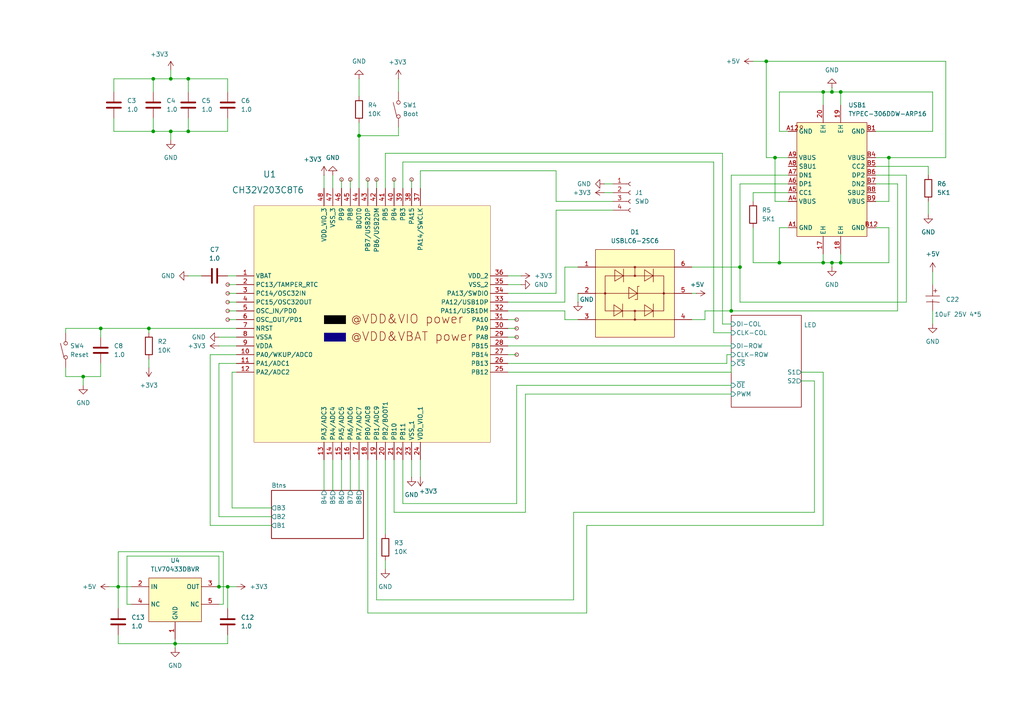
<source format=kicad_sch>
(kicad_sch (version 20231120) (generator "eeschema") (generator_version "8.0")
  (paper "A4")
  (lib_symbols
    (symbol "Connector:Conn_01x04_Socket" (pin_names (offset 1.016) hide)
      (property "Reference" "J" (at 0 5.08 0))
      (property "Value" "Conn_01x04_Socket" (at 0 -7.62 0))
      (symbol "Conn_01x04_Socket_1_1"
        (arc (start 0 -4.572) (mid -0.5058 -5.08) (end 0 -5.588) (stroke (width 0.1524)))
        (arc (start 0 -2.032) (mid -0.5058 -2.54) (end 0 -3.048) (stroke (width 0.1524)))
        (polyline (pts (xy -1.27 -5.08) (xy -0.508 -5.08)) (stroke (width 0.1524)))
        (polyline (pts (xy -1.27 -2.54) (xy -0.508 -2.54)) (stroke (width 0.1524)))
        (polyline (pts (xy -1.27 0) (xy -0.508 0)) (stroke (width 0.1524)))
        (polyline (pts (xy -1.27 2.54) (xy -0.508 2.54)) (stroke (width 0.1524)))
        (arc (start 0 0.508) (mid -0.5058 0) (end 0 -0.508) (stroke (width 0.1524)))
        (arc (start 0 3.048) (mid -0.5058 2.54) (end 0 2.032) (stroke (width 0.1524)))
        (pin passive line (at -5.08 2.54 0) (length 3.81) (name "Pin_1") (number "1"))
        (pin passive line (at -5.08 0 0) (length 3.81) (name "Pin_2") (number "2"))
        (pin passive line (at -5.08 -2.54 0) (length 3.81) (name "Pin_3") (number "3"))
        (pin passive line (at -5.08 -5.08 0) (length 3.81) (name "Pin_4") (number "4"))
      )
    )
    (symbol "Connector:TestPoint_Small" (pin_numbers hide) (pin_names (offset 0.762) hide)
      (property "Reference" "TP" (at 0 3.81 0))
      (property "Value" "TestPoint_Small" (at 0 2.032 0))
      (symbol "TestPoint_Small_0_1"
        (circle (center 0 0) (radius 0.508))
      )
      (symbol "TestPoint_Small_1_1"
        (pin passive line (at 0 0 90) (length 0) (name "1") (number "1"))
      )
    )
    (symbol "Device:C" (pin_numbers hide) (pin_names (offset 0.254))
      (property "Reference" "C" (at 0.635 2.54 0))
      (property "Value" "C" (at 0.635 -2.54 0))
      (symbol "C_0_1"
        (polyline (pts (xy -2.032 -0.762) (xy 2.032 -0.762)) (stroke (width 0.508)))
        (polyline (pts (xy -2.032 0.762) (xy 2.032 0.762)) (stroke (width 0.508)))
      )
      (symbol "C_1_1"
        (pin passive line (at 0 3.81 270) (length 2.794) (name "~") (number "1"))
        (pin passive line (at 0 -3.81 90) (length 2.794) (name "~") (number "2"))
      )
    )
    (symbol "Device:R" (pin_numbers hide) (pin_names (offset 0))
      (property "Reference" "R" (at 2.032 0 90))
      (property "Value" "R" (at 0 0 90))
      (symbol "R_0_1"
        (rectangle (start -1.016 -2.54) (end 1.016 2.54) (stroke (width 0.254)))
      )
      (symbol "R_1_1"
        (pin passive line (at 0 3.81 270) (length 1.27) (name "~") (number "1"))
        (pin passive line (at 0 -3.81 90) (length 1.27) (name "~") (number "2"))
      )
    )
    (symbol "EasyEDA:10uF25V4*5" (pin_numbers hide) (pin_names hide)
      (property "Reference" "C" (at 0 5.08 0))
      (property "Value" "10uF 25V 4*5" (at 0 -5.08 0))
      (symbol "10uF25V4*5_0_1"
        (polyline (pts (xy -2.54 0.76) (xy -1.52 0.76)))
        (polyline (pts (xy -2.03 1.27) (xy -2.03 0.25)))
        (polyline (pts (xy -1.27 0) (xy -0.51 0)))
        (polyline (pts (xy -0.51 2.03) (xy -0.51 -2.03)))
        (polyline (pts (xy 0.51 0) (xy 1.27 0)))
        (arc (start 1.33 1.95) (mid 1.22 -1.99) (end 1.21 -1.83))
        (pin input line (at -3.81 0 0) (length 2.54) (name "1") (number "1"))
        (pin input line (at 3.81 0 180) (length 2.54) (name "2") (number "2"))
      )
    )
    (symbol "EasyEDA:TC-1101T-C-B-B" (pin_numbers hide) (pin_names hide)
      (property "Reference" "SW" (at 0 5.08 0))
      (property "Value" "TC-1101T-C-B-B" (at 0 -5.08 0))
      (symbol "TC-1101T-C-B-B_0_1"
        (circle (center -2.03 0) (radius 0.51))
        (polyline (pts (xy 2.03 1.52) (xy -2.03 0.51)))
        (circle (center 2.03 0) (radius 0.51))
        (pin unspecified line (at -5.08 0 0) (length 2.54) (name "1") (number "1"))
        (pin unspecified line (at 5.08 0 180) (length 2.54) (name "2") (number "2"))
      )
    )
    (symbol "EasyEDA:TLV70433DBVR"
      (property "Reference" "U" (at 0 11.43 0))
      (property "Value" "TLV70433DBVR" (at 0 -13.97 0))
      (symbol "TLV70433DBVR_0_1"
        (rectangle (start -7.62 8.89) (end 7.62 -3.81) (fill (type background)))
        (pin power_in line (at 0 -8.89 90) (length 5.08) (name "GND") (number "1"))
        (pin power_in line (at -12.7 6.35 0) (length 5.08) (name "IN") (number "2"))
        (pin power_in line (at 12.7 6.35 180) (length 5.08) (name "OUT") (number "3"))
        (pin unspecified line (at -12.7 1.27 0) (length 5.08) (name "NC") (number "4"))
        (pin unspecified line (at 12.7 1.27 180) (length 5.08) (name "NC") (number "5"))
      )
    )
    (symbol "EasyEDA:TYPEC-306DDW-ARP16"
      (property "Reference" "USB1" (at 4.7341 20.32 0))
      (property "Value" "TYPEC-306DDW-ARP16" (at 4.7341 17.78 0))
      (symbol "TYPEC-306DDW-ARP16_0_1"
        (rectangle (start -10.16 15.24) (end 10.16 -17.78) (fill (type background)))
        (circle (center -8.89 13.97) (radius 0.38))
        (pin unspecified line (at -2.54 -22.86 90) (length 5.08) (name "EH") (number "17"))
        (pin unspecified line (at 2.54 -22.86 90) (length 5.08) (name "EH") (number "18"))
        (pin unspecified line (at 2.54 20.32 270) (length 5.08) (name "EH") (number "19"))
        (pin unspecified line (at -2.54 20.32 270) (length 5.08) (name "EH") (number "20"))
      )
      (symbol "TYPEC-306DDW-ARP16_1_1"
        (pin unspecified line (at -12.7 -15.24 0) (length 2.54) (name "GND") (number "A1"))
        (pin unspecified line (at -12.7 12.7 0) (length 2.54) (name "GND") (number "A12"))
        (pin unspecified line (at -12.7 -7.62 0) (length 2.54) (name "VBUS") (number "A4"))
        (pin unspecified line (at -12.7 -5.08 0) (length 2.54) (name "CC1") (number "A5"))
        (pin unspecified line (at -12.7 -2.54 0) (length 2.54) (name "DP1") (number "A6"))
        (pin unspecified line (at -12.7 0 0) (length 2.54) (name "DN1") (number "A7"))
        (pin unspecified line (at -12.7 2.54 0) (length 2.54) (name "SBU1") (number "A8"))
        (pin unspecified line (at -12.7 5.08 0) (length 2.54) (name "VBUS") (number "A9"))
        (pin unspecified line (at 12.7 12.7 180) (length 2.54) (name "GND") (number "B1"))
        (pin unspecified line (at 12.7 -15.24 180) (length 2.54) (name "GND") (number "B12"))
        (pin unspecified line (at 12.7 5.08 180) (length 2.54) (name "VBUS") (number "B4"))
        (pin unspecified line (at 12.7 2.54 180) (length 2.54) (name "CC2") (number "B5"))
        (pin unspecified line (at 12.7 0 180) (length 2.54) (name "DP2") (number "B6"))
        (pin unspecified line (at 12.7 -2.54 180) (length 2.54) (name "DN2") (number "B7"))
        (pin unspecified line (at 12.7 -5.08 180) (length 2.54) (name "SBU2") (number "B8"))
        (pin unspecified line (at 12.7 -7.62 180) (length 2.54) (name "VBUS") (number "B9"))
      )
    )
    (symbol "EasyEDA:USBLC6-2SC6" (pin_names hide)
      (property "Reference" "D" (at 0 12.7 0))
      (property "Value" "USBLC6-2SC6" (at 0 -12.7 0))
      (symbol "USBLC6-2SC6_0_1"
        (rectangle (start -11.43 12.7) (end 11.43 -12.7) (fill (type background)))
        (circle (center -8.64 0) (radius 0.25))
        (circle (center 0 -7.62) (radius 0.25))
        (circle (center 0 -5.08) (radius 0.25))
        (polyline (pts (xy -11.43 -7.62) (xy 11.43 -7.62)))
        (polyline (pts (xy -11.43 0) (xy 11.43 0)))
        (polyline (pts (xy -11.43 7.62) (xy 11.43 7.62)))
        (polyline (pts (xy 0 -7.62) (xy 0 -5.08)))
        (polyline (pts (xy 0 7.62) (xy 0 5.08)))
        (polyline (pts (xy -6.1 -6.6) (xy -3.56 -5.08) (xy -6.1 -3.3) (xy -6.1 -6.6)) (fill (type background)))
        (polyline (pts (xy -5.84 3.56) (xy -3.3 5.08) (xy -5.84 6.86) (xy -5.84 3.56)) (fill (type background)))
        (polyline (pts (xy -3.56 -3.05) (xy -3.56 -3.05) (xy -3.56 -6.86) (xy -3.56 -6.86)))
        (polyline (pts (xy -3.3 7.11) (xy -3.3 7.11) (xy -3.3 3.3) (xy -3.3 3.3)))
        (polyline (pts (xy -1.78 -1.52) (xy 0.76 0) (xy -1.78 1.78) (xy -1.78 -1.52)) (fill (type background)))
        (polyline (pts (xy 1.27 2.03) (xy 0.76 2.03) (xy 0.76 -1.78) (xy 0 -1.78)))
        (polyline (pts (xy 2.79 -6.6) (xy 5.33 -5.08) (xy 2.79 -3.3) (xy 2.79 -6.6)) (fill (type background)))
        (polyline (pts (xy 2.79 3.56) (xy 5.33 5.08) (xy 2.79 6.86) (xy 2.79 3.56)) (fill (type background)))
        (polyline (pts (xy 5.33 -3.05) (xy 5.33 -3.05) (xy 5.33 -6.86) (xy 5.33 -6.86)))
        (polyline (pts (xy 5.33 7.11) (xy 5.33 7.11) (xy 5.33 3.3) (xy 5.33 3.3)))
        (polyline (pts (xy -8.64 0) (xy -8.64 5.08) (xy 8.38 5.08) (xy 8.38 -5.08) (xy -8.64 -5.08) (xy -8.64 0)) (fill (type background)))
        (circle (center 0 5.08) (radius 0.25))
        (circle (center 0 7.62) (radius 0.25))
        (circle (center 8.38 0) (radius 0.25))
        (pin input line (at -16.51 7.62 0) (length 5.08) (name "1") (number "1"))
        (pin input line (at -16.51 0 0) (length 5.08) (name "2") (number "2"))
        (pin input line (at -16.51 -7.62 0) (length 5.08) (name "3") (number "3"))
        (pin input line (at 16.51 -7.62 180) (length 5.08) (name "4") (number "4"))
        (pin input line (at 16.51 0 180) (length 5.08) (name "5") (number "5"))
        (pin input line (at 16.51 7.62 180) (length 5.08) (name "6") (number "6"))
      )
    )
    (symbol "WCH:CH32V203CxT"
      (property "Reference" "U" (at -1.27 1.27 0))
      (property "Value" "CH32V203CxT" (at -1.27 -3.81 0))
      (symbol "CH32V203CxT_1_0"
        (rectangle (start 26.67 -36.83) (end 20.32 -39.37) (stroke (width -0.0001) (color 12 0 135 1)) (fill (type outline)))
        (rectangle (start 26.67 -31.75) (end 20.32 -34.29) (stroke (width -0.0001) (color 0 0 0 1)) (fill (type outline)))
        (rectangle (start 68.58 0) (end 0 -68.58) (stroke (width 0.0254) (color 128 0 0 1)) (fill (type background)))
        (text "@VDD&VBAT power" (at 27.94 -39.37 0) (effects (font (size 2.54 2.54)) (justify left bottom)))
        (text "@VDD&VIO power" (at 27.94 -34.29 0) (effects (font (size 2.54 2.54)) (justify left bottom)))
        (pin power_in line (at -5.08 -20.32 0) (length 5.08) (name "VBAT") (number "1"))
        (pin bidirectional line (at -5.08 -43.18 0) (length 5.08) (name "PA0/WKUP/ADC0") (number "10"))
        (pin bidirectional line (at -5.08 -45.72 0) (length 5.08) (name "PA1/ADC1") (number "11"))
        (pin bidirectional line (at -5.08 -48.26 0) (length 5.08) (name "PA2/ADC2") (number "12"))
        (pin bidirectional line (at 20.32 -73.66 90) (length 5.08) (name "PA3/ADC3") (number "13"))
        (pin bidirectional line (at 22.86 -73.66 90) (length 5.08) (name "PA4/ADC4") (number "14"))
        (pin bidirectional line (at 25.4 -73.66 90) (length 5.08) (name "PA5/ADC5") (number "15"))
        (pin bidirectional line (at 27.94 -73.66 90) (length 5.08) (name "PA6/ADC6") (number "16"))
        (pin bidirectional line (at 30.48 -73.66 90) (length 5.08) (name "PA7/ADC7") (number "17"))
        (pin bidirectional line (at 33.02 -73.66 90) (length 5.08) (name "PB0/ADC8") (number "18"))
        (pin bidirectional line (at 35.56 -73.66 90) (length 5.08) (name "PB1/ADC9") (number "19"))
        (pin bidirectional line (at -5.08 -22.86 0) (length 5.08) (name "PC13/TAMPER_RTC") (number "2"))
        (pin bidirectional line (at 38.1 -73.66 90) (length 5.08) (name "PB2/BOOT1") (number "20"))
        (pin bidirectional line (at 40.64 -73.66 90) (length 5.08) (name "PB10") (number "21"))
        (pin bidirectional line (at 43.18 -73.66 90) (length 5.08) (name "PB11") (number "22"))
        (pin power_in line (at 45.72 -73.66 90) (length 5.08) (name "VSS_1") (number "23"))
        (pin power_in line (at 48.26 -73.66 90) (length 5.08) (name "VDD_VIO_1") (number "24"))
        (pin bidirectional line (at 73.66 -48.26 180) (length 5.08) (name "PB12") (number "25"))
        (pin bidirectional line (at 73.66 -45.72 180) (length 5.08) (name "PB13") (number "26"))
        (pin bidirectional line (at 73.66 -43.18 180) (length 5.08) (name "PB14") (number "27"))
        (pin bidirectional line (at 73.66 -40.64 180) (length 5.08) (name "PB15") (number "28"))
        (pin bidirectional line (at 73.66 -38.1 180) (length 5.08) (name "PA8") (number "29"))
        (pin bidirectional line (at -5.08 -25.4 0) (length 5.08) (name "PC14/OSC32IN") (number "3"))
        (pin bidirectional line (at 73.66 -35.56 180) (length 5.08) (name "PA9") (number "30"))
        (pin bidirectional line (at 73.66 -33.02 180) (length 5.08) (name "PA10") (number "31"))
        (pin bidirectional line (at 73.66 -30.48 180) (length 5.08) (name "PA11/USB1DM") (number "32"))
        (pin bidirectional line (at 73.66 -27.94 180) (length 5.08) (name "PA12/USB1DP") (number "33"))
        (pin bidirectional line (at 73.66 -25.4 180) (length 5.08) (name "PA13/SWDIO") (number "34"))
        (pin power_in line (at 73.66 -22.86 180) (length 5.08) (name "VSS_2") (number "35"))
        (pin power_in line (at 73.66 -20.32 180) (length 5.08) (name "VDD_2") (number "36"))
        (pin bidirectional line (at 48.26 5.08 270) (length 5.08) (name "PA14/SWCLK") (number "37"))
        (pin bidirectional line (at 45.72 5.08 270) (length 5.08) (name "PA15") (number "38"))
        (pin bidirectional line (at 43.18 5.08 270) (length 5.08) (name "PB3") (number "39"))
        (pin bidirectional line (at -5.08 -27.94 0) (length 5.08) (name "PC15/OSC32OUT") (number "4"))
        (pin bidirectional line (at 40.64 5.08 270) (length 5.08) (name "PB4") (number "40"))
        (pin bidirectional line (at 38.1 5.08 270) (length 5.08) (name "PB5") (number "41"))
        (pin bidirectional line (at 35.56 5.08 270) (length 5.08) (name "PB6/USB2DM") (number "42"))
        (pin bidirectional line (at 33.02 5.08 270) (length 5.08) (name "PB7/USB2DP") (number "43"))
        (pin input line (at 30.48 5.08 270) (length 5.08) (name "BOOT0") (number "44"))
        (pin bidirectional line (at 27.94 5.08 270) (length 5.08) (name "PB8") (number "45"))
        (pin bidirectional line (at 25.4 5.08 270) (length 5.08) (name "PB9") (number "46"))
        (pin power_in line (at 22.86 5.08 270) (length 5.08) (name "VSS_3") (number "47"))
        (pin power_in line (at 20.32 5.08 270) (length 5.08) (name "VDD_VIO_3") (number "48"))
        (pin bidirectional line (at -5.08 -30.48 0) (length 5.08) (name "OSC_IN/PD0") (number "5"))
        (pin bidirectional line (at -5.08 -33.02 0) (length 5.08) (name "OSC_OUT/PD1") (number "6"))
        (pin input line (at -5.08 -35.56 0) (length 5.08) (name "NRST") (number "7"))
        (pin power_in line (at -5.08 -38.1 0) (length 5.08) (name "VSSA") (number "8"))
        (pin power_in line (at -5.08 -40.64 0) (length 5.08) (name "VDDA") (number "9"))
      )
    )
    (symbol "power:+3V3" (power) (pin_numbers hide) (pin_names (offset 0) hide)
      (property "Value" "+3V3" (at 0 3.556 0))
      (symbol "+3V3_0_1"
        (polyline (pts (xy -0.762 1.27) (xy 0 2.54)))
        (polyline (pts (xy 0 0) (xy 0 2.54)))
        (polyline (pts (xy 0 2.54) (xy 0.762 1.27)))
      )
      (symbol "+3V3_1_1"
        (pin power_in line (at 0 0 90) (length 0) (name "~") (number "1"))
      )
    )
    (symbol "power:+5V" (power) (pin_numbers hide) (pin_names (offset 0) hide)
      (property "Value" "+5V" (at 0 3.556 0))
      (symbol "+5V_0_1"
        (polyline (pts (xy -0.762 1.27) (xy 0 2.54)))
        (polyline (pts (xy 0 0) (xy 0 2.54)))
        (polyline (pts (xy 0 2.54) (xy 0.762 1.27)))
      )
      (symbol "+5V_1_1"
        (pin power_in line (at 0 0 90) (length 0) (name "~") (number "1"))
      )
    )
    (symbol "power:GND" (power) (pin_numbers hide) (pin_names (offset 0) hide)
      (property "Value" "GND" (at 0 -3.81 0))
      (symbol "GND_0_1"
        (polyline (pts (xy 0 0) (xy 0 -1.27) (xy 1.27 -1.27) (xy 0 -2.54) (xy -1.27 -1.27) (xy 0 -1.27)))
      )
      (symbol "GND_1_1"
        (pin power_in line (at 0 0 270) (length 0) (name "~") (number "1"))
      )
    )
  )
  (junction (at 54.61 38.1))
  (junction (at 54.61 22.86))
  (junction (at 44.45 22.86))
  (junction (at 50.8 186.69))
  (junction (at 224.79 45.72))
  (junction (at 238.76 26.67))
  (junction (at 49.53 22.86))
  (junction (at 49.53 38.1))
  (junction (at 44.45 38.1))
  (junction (at 24.13 109.22))
  (junction (at 29.21 95.25))
  (junction (at 257.81 45.72))
  (junction (at 212.09 90.17))
  (junction (at 226.06 76.2))
  (junction (at 243.84 26.67))
  (junction (at 34.29 170.18))
  (junction (at 214.63 77.47))
  (junction (at 243.84 76.2))
  (junction (at 241.3 26.67))
  (junction (at 222.25 17.78))
  (junction (at 43.18 95.25))
  (junction (at 238.76 76.2))
  (junction (at 241.3 76.2))
  (junction (at 66.04 170.18))
  (junction (at 63.5 170.18))
  (junction (at 104.14 39.37))
  (wire (pts (xy 210.82 102.87) (xy 210.82 105.41)))
  (wire (pts (xy 218.44 66.04) (xy 218.44 76.2)))
  (wire (pts (xy 67.31 147.32) (xy 78.74 147.32)))
  (wire (pts (xy 254 48.26) (xy 269.24 48.26)))
  (wire (pts (xy 147.32 87.63) (xy 163.83 87.63)))
  (wire (pts (xy 226.06 26.67) (xy 238.76 26.67)))
  (wire (pts (xy 269.24 48.26) (xy 269.24 50.8)))
  (wire (pts (xy 243.84 76.2) (xy 257.81 76.2)))
  (wire (pts (xy 60.96 102.87) (xy 60.96 152.4)))
  (wire (pts (xy 212.09 107.95) (xy 147.32 107.95)))
  (wire (pts (xy 243.84 26.67) (xy 243.84 30.48)))
  (wire (pts (xy 49.53 22.86) (xy 54.61 22.86)))
  (wire (pts (xy 149.86 146.05) (xy 149.86 111.76)))
  (wire (pts (xy 175.26 55.88) (xy 177.8 55.88)))
  (wire (pts (xy 67.31 107.95) (xy 67.31 147.32)))
  (wire (pts (xy 119.38 52.07) (xy 119.38 54.61)))
  (wire (pts (xy 114.3 133.35) (xy 114.3 148.59)))
  (wire (pts (xy 66.04 82.55) (xy 68.58 82.55)))
  (wire (pts (xy 270.51 38.1) (xy 270.51 26.67)))
  (wire (pts (xy 66.04 87.63) (xy 68.58 87.63)))
  (wire (pts (xy 209.55 44.45) (xy 209.55 93.98)))
  (wire (pts (xy 212.09 105.41) (xy 212.09 107.95)))
  (wire (pts (xy 214.63 53.34) (xy 228.6 53.34)))
  (wire (pts (xy 270.51 78.74) (xy 270.51 82.55)))
  (wire (pts (xy 214.63 87.63) (xy 262.89 87.63)))
  (wire (pts (xy 34.29 184.15) (xy 34.29 186.69)))
  (wire (pts (xy 111.76 44.45) (xy 209.55 44.45)))
  (wire (pts (xy 114.3 52.07) (xy 114.3 54.61)))
  (wire (pts (xy 106.68 52.07) (xy 106.68 54.61)))
  (wire (pts (xy 68.58 107.95) (xy 67.31 107.95)))
  (wire (pts (xy 226.06 76.2) (xy 238.76 76.2)))
  (wire (pts (xy 152.4 148.59) (xy 152.4 114.3)))
  (wire (pts (xy 54.61 38.1) (xy 66.04 38.1)))
  (wire (pts (xy 68.58 95.25) (xy 43.18 95.25)))
  (wire (pts (xy 109.22 173.99) (xy 166.37 173.99)))
  (wire (pts (xy 43.18 104.14) (xy 43.18 106.68)))
  (wire (pts (xy 38.1 175.26) (xy 36.83 175.26)))
  (wire (pts (xy 170.18 152.4) (xy 238.76 152.4)))
  (wire (pts (xy 106.68 133.35) (xy 106.68 177.8)))
  (wire (pts (xy 207.01 96.52) (xy 212.09 96.52)))
  (wire (pts (xy 241.3 76.2) (xy 243.84 76.2)))
  (wire (pts (xy 147.32 95.25) (xy 149.86 95.25)))
  (wire (pts (xy 93.98 50.8) (xy 93.98 54.61)))
  (wire (pts (xy 44.45 38.1) (xy 49.53 38.1)))
  (wire (pts (xy 236.22 110.49) (xy 232.41 110.49)))
  (wire (pts (xy 254 58.42) (xy 257.81 58.42)))
  (wire (pts (xy 19.05 96.52) (xy 19.05 95.25)))
  (wire (pts (xy 270.51 90.17) (xy 270.51 93.98)))
  (wire (pts (xy 254 50.8) (xy 262.89 50.8)))
  (wire (pts (xy 99.06 133.35) (xy 99.06 142.24)))
  (wire (pts (xy 44.45 34.29) (xy 44.45 38.1)))
  (wire (pts (xy 104.14 35.56) (xy 104.14 39.37)))
  (wire (pts (xy 49.53 20.32) (xy 49.53 22.86)))
  (wire (pts (xy 238.76 73.66) (xy 238.76 76.2)))
  (wire (pts (xy 115.57 39.37) (xy 104.14 39.37)))
  (wire (pts (xy 44.45 22.86) (xy 44.45 26.67)))
  (wire (pts (xy 29.21 105.41) (xy 29.21 109.22)))
  (wire (pts (xy 54.61 34.29) (xy 54.61 38.1)))
  (wire (pts (xy 254 38.1) (xy 270.51 38.1)))
  (wire (pts (xy 64.77 175.26) (xy 64.77 160.02)))
  (wire (pts (xy 257.81 45.72) (xy 274.32 45.72)))
  (wire (pts (xy 29.21 109.22) (xy 24.13 109.22)))
  (wire (pts (xy 257.81 45.72) (xy 254 45.72)))
  (wire (pts (xy 260.35 53.34) (xy 260.35 90.17)))
  (wire (pts (xy 119.38 133.35) (xy 119.38 138.43)))
  (wire (pts (xy 257.81 66.04) (xy 254 66.04)))
  (wire (pts (xy 29.21 95.25) (xy 29.21 97.79)))
  (wire (pts (xy 257.81 76.2) (xy 257.81 66.04)))
  (wire (pts (xy 111.76 162.56) (xy 111.76 165.1)))
  (wire (pts (xy 36.83 175.26) (xy 36.83 161.29)))
  (wire (pts (xy 33.02 26.67) (xy 33.02 22.86)))
  (wire (pts (xy 24.13 109.22) (xy 24.13 111.76)))
  (wire (pts (xy 34.29 170.18) (xy 38.1 170.18)))
  (wire (pts (xy 66.04 170.18) (xy 66.04 176.53)))
  (wire (pts (xy 147.32 92.71) (xy 149.86 92.71)))
  (wire (pts (xy 147.32 85.09) (xy 161.29 85.09)))
  (wire (pts (xy 166.37 173.99) (xy 166.37 148.59)))
  (wire (pts (xy 238.76 26.67) (xy 241.3 26.67)))
  (wire (pts (xy 241.3 26.67) (xy 243.84 26.67)))
  (wire (pts (xy 274.32 17.78) (xy 222.25 17.78)))
  (wire (pts (xy 147.32 82.55) (xy 151.13 82.55)))
  (wire (pts (xy 115.57 22.86) (xy 115.57 26.67)))
  (wire (pts (xy 228.6 38.1) (xy 226.06 38.1)))
  (wire (pts (xy 104.14 22.86) (xy 104.14 27.94)))
  (wire (pts (xy 147.32 100.33) (xy 212.09 100.33)))
  (wire (pts (xy 19.05 106.68) (xy 19.05 109.22)))
  (wire (pts (xy 200.66 92.71) (xy 204.47 92.71)))
  (wire (pts (xy 66.04 170.18) (xy 68.58 170.18)))
  (wire (pts (xy 63.5 97.79) (xy 68.58 97.79)))
  (wire (pts (xy 161.29 49.53) (xy 161.29 58.42)))
  (wire (pts (xy 147.32 80.01) (xy 151.13 80.01)))
  (wire (pts (xy 218.44 58.42) (xy 218.44 55.88)))
  (wire (pts (xy 210.82 102.87) (xy 212.09 102.87)))
  (wire (pts (xy 270.51 26.67) (xy 243.84 26.67)))
  (wire (pts (xy 228.6 58.42) (xy 224.79 58.42)))
  (wire (pts (xy 161.29 58.42) (xy 177.8 58.42)))
  (wire (pts (xy 50.8 185.42) (xy 50.8 186.69)))
  (wire (pts (xy 96.52 50.8) (xy 96.52 54.61)))
  (wire (pts (xy 163.83 92.71) (xy 167.64 92.71)))
  (wire (pts (xy 254 53.34) (xy 260.35 53.34)))
  (wire (pts (xy 66.04 186.69) (xy 50.8 186.69)))
  (wire (pts (xy 243.84 73.66) (xy 243.84 76.2)))
  (wire (pts (xy 121.92 54.61) (xy 121.92 49.53)))
  (wire (pts (xy 152.4 114.3) (xy 212.09 114.3)))
  (wire (pts (xy 66.04 90.17) (xy 68.58 90.17)))
  (wire (pts (xy 104.14 39.37) (xy 104.14 54.61)))
  (wire (pts (xy 238.76 30.48) (xy 238.76 26.67)))
  (wire (pts (xy 212.09 50.8) (xy 228.6 50.8)))
  (wire (pts (xy 66.04 92.71) (xy 68.58 92.71)))
  (wire (pts (xy 36.83 161.29) (xy 63.5 161.29)))
  (wire (pts (xy 214.63 87.63) (xy 214.63 77.47)))
  (wire (pts (xy 111.76 133.35) (xy 111.76 154.94)))
  (wire (pts (xy 260.35 90.17) (xy 212.09 90.17)))
  (wire (pts (xy 222.25 17.78) (xy 222.25 45.72)))
  (wire (pts (xy 66.04 22.86) (xy 66.04 26.67)))
  (wire (pts (xy 66.04 184.15) (xy 66.04 186.69)))
  (wire (pts (xy 34.29 160.02) (xy 34.29 170.18)))
  (wire (pts (xy 104.14 133.35) (xy 104.14 142.24)))
  (wire (pts (xy 204.47 92.71) (xy 204.47 90.17)))
  (wire (pts (xy 109.22 52.07) (xy 109.22 54.61)))
  (wire (pts (xy 63.5 105.41) (xy 63.5 149.86)))
  (wire (pts (xy 68.58 105.41) (xy 63.5 105.41)))
  (wire (pts (xy 218.44 76.2) (xy 226.06 76.2)))
  (wire (pts (xy 226.06 38.1) (xy 226.06 26.67)))
  (wire (pts (xy 218.44 17.78) (xy 222.25 17.78)))
  (wire (pts (xy 116.84 146.05) (xy 149.86 146.05)))
  (wire (pts (xy 99.06 52.07) (xy 99.06 54.61)))
  (wire (pts (xy 163.83 77.47) (xy 167.64 77.47)))
  (wire (pts (xy 63.5 161.29) (xy 63.5 170.18)))
  (wire (pts (xy 106.68 177.8) (xy 170.18 177.8)))
  (wire (pts (xy 111.76 54.61) (xy 111.76 44.45)))
  (wire (pts (xy 212.09 90.17) (xy 212.09 50.8)))
  (wire (pts (xy 238.76 107.95) (xy 232.41 107.95)))
  (wire (pts (xy 200.66 77.47) (xy 214.63 77.47)))
  (wire (pts (xy 147.32 102.87) (xy 149.86 102.87)))
  (wire (pts (xy 224.79 58.42) (xy 224.79 45.72)))
  (wire (pts (xy 269.24 58.42) (xy 269.24 62.23)))
  (wire (pts (xy 224.79 45.72) (xy 228.6 45.72)))
  (wire (pts (xy 210.82 105.41) (xy 147.32 105.41)))
  (wire (pts (xy 19.05 95.25) (xy 29.21 95.25)))
  (wire (pts (xy 209.55 93.98) (xy 212.09 93.98)))
  (wire (pts (xy 33.02 38.1) (xy 44.45 38.1)))
  (wire (pts (xy 207.01 46.99) (xy 207.01 96.52)))
  (wire (pts (xy 50.8 186.69) (xy 50.8 187.96)))
  (wire (pts (xy 60.96 152.4) (xy 78.74 152.4)))
  (wire (pts (xy 257.81 58.42) (xy 257.81 45.72)))
  (wire (pts (xy 64.77 160.02) (xy 34.29 160.02)))
  (wire (pts (xy 54.61 80.01) (xy 58.42 80.01)))
  (wire (pts (xy 116.84 54.61) (xy 116.84 46.99)))
  (wire (pts (xy 170.18 177.8) (xy 170.18 152.4)))
  (wire (pts (xy 54.61 22.86) (xy 54.61 26.67)))
  (wire (pts (xy 116.84 46.99) (xy 207.01 46.99)))
  (wire (pts (xy 274.32 45.72) (xy 274.32 17.78)))
  (wire (pts (xy 161.29 85.09) (xy 161.29 60.96)))
  (wire (pts (xy 175.26 53.34) (xy 177.8 53.34)))
  (wire (pts (xy 226.06 66.04) (xy 226.06 76.2)))
  (wire (pts (xy 163.83 90.17) (xy 163.83 92.71)))
  (wire (pts (xy 29.21 95.25) (xy 43.18 95.25)))
  (wire (pts (xy 96.52 133.35) (xy 96.52 142.24)))
  (wire (pts (xy 54.61 22.86) (xy 66.04 22.86)))
  (wire (pts (xy 63.5 175.26) (xy 64.77 175.26)))
  (wire (pts (xy 49.53 38.1) (xy 49.53 40.64)))
  (wire (pts (xy 147.32 90.17) (xy 163.83 90.17)))
  (wire (pts (xy 238.76 152.4) (xy 238.76 107.95)))
  (wire (pts (xy 63.5 100.33) (xy 68.58 100.33)))
  (wire (pts (xy 34.29 170.18) (xy 34.29 176.53)))
  (wire (pts (xy 33.02 22.86) (xy 44.45 22.86)))
  (wire (pts (xy 68.58 102.87) (xy 60.96 102.87)))
  (wire (pts (xy 24.13 109.22) (xy 19.05 109.22)))
  (wire (pts (xy 93.98 133.35) (xy 93.98 142.24)))
  (wire (pts (xy 33.02 34.29) (xy 33.02 38.1)))
  (wire (pts (xy 63.5 170.18) (xy 66.04 170.18)))
  (wire (pts (xy 241.3 77.47) (xy 241.3 76.2)))
  (wire (pts (xy 109.22 133.35) (xy 109.22 173.99)))
  (wire (pts (xy 147.32 97.79) (xy 149.86 97.79)))
  (wire (pts (xy 149.86 111.76) (xy 212.09 111.76)))
  (wire (pts (xy 222.25 45.72) (xy 224.79 45.72)))
  (wire (pts (xy 166.37 148.59) (xy 236.22 148.59)))
  (wire (pts (xy 214.63 77.47) (xy 214.63 53.34)))
  (wire (pts (xy 101.6 52.07) (xy 101.6 54.61)))
  (wire (pts (xy 163.83 87.63) (xy 163.83 77.47)))
  (wire (pts (xy 43.18 95.25) (xy 43.18 96.52)))
  (wire (pts (xy 121.92 133.35) (xy 121.92 138.43)))
  (wire (pts (xy 66.04 85.09) (xy 68.58 85.09)))
  (wire (pts (xy 236.22 148.59) (xy 236.22 110.49)))
  (wire (pts (xy 49.53 38.1) (xy 54.61 38.1)))
  (wire (pts (xy 262.89 50.8) (xy 262.89 87.63)))
  (wire (pts (xy 31.75 170.18) (xy 34.29 170.18)))
  (wire (pts (xy 167.64 87.63) (xy 167.64 85.09)))
  (wire (pts (xy 116.84 133.35) (xy 116.84 146.05)))
  (wire (pts (xy 63.5 149.86) (xy 78.74 149.86)))
  (wire (pts (xy 204.47 90.17) (xy 212.09 90.17)))
  (wire (pts (xy 114.3 148.59) (xy 152.4 148.59)))
  (wire (pts (xy 66.04 80.01) (xy 68.58 80.01)))
  (wire (pts (xy 101.6 133.35) (xy 101.6 142.24)))
  (wire (pts (xy 238.76 76.2) (xy 241.3 76.2)))
  (wire (pts (xy 44.45 22.86) (xy 49.53 22.86)))
  (wire (pts (xy 218.44 55.88) (xy 228.6 55.88)))
  (wire (pts (xy 115.57 36.83) (xy 115.57 39.37)))
  (wire (pts (xy 121.92 49.53) (xy 161.29 49.53)))
  (wire (pts (xy 228.6 66.04) (xy 226.06 66.04)))
  (wire (pts (xy 66.04 38.1) (xy 66.04 34.29)))
  (wire (pts (xy 200.66 85.09) (xy 201.93 85.09)))
  (wire (pts (xy 34.29 186.69) (xy 50.8 186.69)))
  (wire (pts (xy 241.3 25.4) (xy 241.3 26.67)))
  (wire (pts (xy 161.29 60.96) (xy 177.8 60.96)))
  (symbol (lib_id "WCH:CH32V203CxT") (at 73.66 59.69 0) (unit 1)
    (property "Reference" "U1" (at 78.232 50.546 0) (effects (font (size 1.8288 1.8288))))
    (property "Value" "CH32V203C8T6" (at 77.724 55.118 0) (effects (font (size 1.8288 1.8288))))
    (property "Footprint" "WCH:LQFP48" (effects (hide yes)))
    (property "Description" "RISC-V LMD-MCU, 144MHz, 2*USB FS, CAN" (effects (hide yes)))
    (property "LCSC Part" "C3001172" (effects (hide yes)))
  )
  (symbol (lib_id "power:GND") (at 50.8 187.96 0) (unit 1)
    (property "Reference" "#PWR034" (effects (hide yes)))
    (property "Value" "GND" (at 50.8 193.04 0))
    (property "Description" "Power symbol creates a global label with name \"GND\" , ground" (effects (hide yes)))
  )
  (symbol (lib_id "power:+3V3") (at 63.5 100.33 90) (unit 1)
    (property "Reference" "#PWR013" (effects (hide yes)))
    (property "Value" "+3V3" (at 59.69 100.3299 90) (effects (justify left)))
    (property "Description" "Power symbol creates a global label with name \"+3V3\"" (effects (hide yes)))
  )
  (symbol (lib_id "power:GND") (at 270.51 93.98 0) (unit 1)
    (property "Reference" "#PWR032" (effects (hide yes)))
    (property "Value" "GND" (at 270.51 99.06 0))
    (property "Description" "Power symbol creates a global label with name \"GND\" , ground" (effects (hide yes)))
  )
  (symbol (lib_id "Connector:TestPoint_Small") (at 101.6 52.07 0) (unit 1)
    (property "Reference" "TP2" (effects (hide yes)))
    (property "Value" "TestPoint_Small" (effects (hide yes)))
    (property "Footprint" "LocalLib:TP1" (effects (hide yes)))
    (property "Description" "test point" (effects (hide yes)))
  )
  (symbol (lib_id "power:GND") (at 151.13 82.55 90) (unit 1)
    (property "Reference" "#PWR010" (effects (hide yes)))
    (property "Value" "GND" (at 154.94 82.5499 90) (effects (justify right)))
    (property "Description" "Power symbol creates a global label with name \"GND\" , ground" (effects (hide yes)))
  )
  (symbol (lib_id "Connector:TestPoint_Small") (at 99.06 52.07 0) (unit 1)
    (property "Reference" "TP1" (effects (hide yes)))
    (property "Value" "TestPoint_Small" (effects (hide yes)))
    (property "Footprint" "LocalLib:TP1" (effects (hide yes)))
    (property "Description" "test point" (effects (hide yes)))
  )
  (symbol (lib_id "power:+3V3") (at 43.18 106.68 180) (unit 1)
    (property "Reference" "#PWR020" (effects (hide yes)))
    (property "Value" "+3V3" (at 43.18 111.76 0))
    (property "Description" "Power symbol creates a global label with name \"+3V3\"" (effects (hide yes)))
  )
  (symbol (lib_id "power:GND") (at 269.24 62.23 0) (unit 1)
    (property "Reference" "#PWR030" (effects (hide yes)))
    (property "Value" "GND" (at 269.24 67.31 0))
    (property "Description" "Power symbol creates a global label with name \"GND\" , ground" (effects (hide yes)))
  )
  (symbol (lib_id "power:GND") (at 63.5 97.79 270) (unit 1)
    (property "Reference" "#PWR09" (effects (hide yes)))
    (property "Value" "GND" (at 59.69 97.7899 90) (effects (justify right)))
    (property "Description" "Power symbol creates a global label with name \"GND\" , ground" (effects (hide yes)))
  )
  (symbol (lib_id "power:GND") (at 119.38 138.43 0) (unit 1)
    (property "Reference" "#PWR012" (effects (hide yes)))
    (property "Value" "GND" (at 119.38 143.51 0))
    (property "Description" "Power symbol creates a global label with name \"GND\" , ground" (effects (hide yes)))
  )
  (symbol (lib_id "Device:C") (at 66.04 30.48 0) (unit 1)
    (property "Reference" "C6" (at 69.85 29.2099 0) (effects (justify left)))
    (property "Value" "1.0" (at 69.85 31.7499 0) (effects (justify left)))
    (property "Footprint" "Capacitor_SMD:C_0603_1608Metric_Pad1.08x0.95mm_HandSolder" (effects (hide yes)))
    (property "Description" "Unpolarized capacitor" (effects (hide yes)))
    (property "LCSC Part" "C380327" (effects (hide yes)))
  )
  (symbol (lib_id "Connector:TestPoint_Small") (at 66.04 90.17 0) (unit 1)
    (property "Reference" "TP14" (effects (hide yes)))
    (property "Value" "TestPoint_Small" (effects (hide yes)))
    (property "Footprint" "LocalLib:TP1" (effects (hide yes)))
    (property "Description" "test point" (effects (hide yes)))
  )
  (symbol (lib_id "Connector:TestPoint_Small") (at 119.38 52.07 0) (unit 1)
    (property "Reference" "TP6" (effects (hide yes)))
    (property "Value" "TestPoint_Small" (effects (hide yes)))
    (property "Footprint" "LocalLib:TP1" (effects (hide yes)))
    (property "Description" "test point" (effects (hide yes)))
  )
  (symbol (lib_id "Connector:TestPoint_Small") (at 66.04 82.55 0) (unit 1)
    (property "Reference" "TP7" (effects (hide yes)))
    (property "Value" "TestPoint_Small" (effects (hide yes)))
    (property "Footprint" "LocalLib:TP1" (effects (hide yes)))
    (property "Description" "test point" (effects (hide yes)))
  )
  (symbol (lib_id "Connector:TestPoint_Small") (at 149.86 92.71 0) (unit 1)
    (property "Reference" "TP10" (effects (hide yes)))
    (property "Value" "TestPoint_Small" (effects (hide yes)))
    (property "Footprint" "LocalLib:TP1" (effects (hide yes)))
    (property "Description" "test point" (effects (hide yes)))
  )
  (symbol (lib_id "power:+5V") (at 201.93 85.09 270) (unit 1)
    (property "Reference" "#PWR045" (effects (hide yes)))
    (property "Value" "+5V" (at 200.152 82.55 90) (effects (justify left)))
    (property "Description" "Power symbol creates a global label with name \"+5V\"" (effects (hide yes)))
  )
  (symbol (lib_id "Device:C") (at 54.61 30.48 0) (unit 1)
    (property "Reference" "C5" (at 58.42 29.2099 0) (effects (justify left)))
    (property "Value" "1.0" (at 58.42 31.7499 0) (effects (justify left)))
    (property "Footprint" "Capacitor_SMD:C_0603_1608Metric_Pad1.08x0.95mm_HandSolder" (effects (hide yes)))
    (property "Description" "Unpolarized capacitor" (effects (hide yes)))
    (property "LCSC Part" "C380327" (effects (hide yes)))
  )
  (symbol (lib_id "Connector:TestPoint_Small") (at 149.86 102.87 0) (unit 1)
    (property "Reference" "TP13" (effects (hide yes)))
    (property "Value" "TestPoint_Small" (effects (hide yes)))
    (property "Footprint" "LocalLib:TP1" (effects (hide yes)))
    (property "Description" "test point" (effects (hide yes)))
  )
  (symbol (lib_id "power:GND") (at 24.13 111.76 0) (unit 1)
    (property "Reference" "#PWR021" (effects (hide yes)))
    (property "Value" "GND" (at 24.13 116.84 0))
    (property "Description" "Power symbol creates a global label with name \"GND\" , ground" (effects (hide yes)))
  )
  (symbol (lib_id "EasyEDA:USBLC6-2SC6") (at 184.15 85.09 0) (unit 1)
    (property "Reference" "D1" (at 184.15 67.31 0))
    (property "Value" "USBLC6-2SC6" (at 184.15 69.85 0))
    (property "Footprint" "easyeda2kicad:SOT-23-6_L2.9-W1.6-P0.95-LS2.8-BL" (effects (hide yes)))
    (property "Datasheet" "https://lcsc.com/product-detail/Diodes-ESD_STMicroelectronics_USBLC6-2SC6_USBLC6-2SC6_C7519.html" (effects (hide yes)))
    (property "LCSC Part" "C7519" (effects (hide yes)))
  )
  (symbol (lib_id "power:+5V") (at 218.44 17.78 90) (unit 1)
    (property "Reference" "#PWR031" (effects (hide yes)))
    (property "Value" "+5V" (at 214.63 17.7799 90) (effects (justify left)))
    (property "Description" "Power symbol creates a global label with name \"+5V\"" (effects (hide yes)))
  )
  (symbol (lib_id "power:GND") (at 241.3 25.4 180) (unit 1)
    (property "Reference" "#PWR029" (effects (hide yes)))
    (property "Value" "GND" (at 241.3 20.32 0))
    (property "Description" "Power symbol creates a global label with name \"GND\" , ground" (effects (hide yes)))
  )
  (symbol (lib_id "Connector:TestPoint_Small") (at 66.04 92.71 0) (unit 1)
    (property "Reference" "TP15" (effects (hide yes)))
    (property "Value" "TestPoint_Small" (effects (hide yes)))
    (property "Footprint" "LocalLib:TP1" (effects (hide yes)))
    (property "Description" "test point" (effects (hide yes)))
  )
  (symbol (lib_id "Device:R") (at 218.44 62.23 0) (unit 1)
    (property "Reference" "R5" (at 220.98 60.9599 0) (effects (justify left)))
    (property "Value" "5K1" (at 220.98 63.4999 0) (effects (justify left)))
    (property "Footprint" "Resistor_SMD:R_0603_1608Metric_Pad0.98x0.95mm_HandSolder" (effects (hide yes)))
    (property "Description" "Resistor" (effects (hide yes)))
    (property "LCSC Part" "C2907044" (effects (hide yes)))
  )
  (symbol (lib_id "power:+3V3") (at 121.92 138.43 180) (unit 1)
    (property "Reference" "#PWR014" (effects (hide yes)))
    (property "Value" "+3V3" (at 124.206 142.494 0))
    (property "Description" "Power symbol creates a global label with name \"+3V3\"" (effects (hide yes)))
  )
  (symbol (lib_id "Device:R") (at 43.18 100.33 0) (unit 1)
    (property "Reference" "R2" (at 45.72 99.0599 0) (effects (justify left)))
    (property "Value" "10K" (at 45.72 101.5999 0) (effects (justify left)))
    (property "Footprint" "Resistor_SMD:R_0603_1608Metric_Pad0.98x0.95mm_HandSolder" (effects (hide yes)))
    (property "Description" "Resistor" (effects (hide yes)))
    (property "LCSC Part" "C2906982" (effects (hide yes)))
  )
  (symbol (lib_id "Connector:TestPoint_Small") (at 149.86 97.79 0) (unit 1)
    (property "Reference" "TP12" (effects (hide yes)))
    (property "Value" "TestPoint_Small" (effects (hide yes)))
    (property "Footprint" "LocalLib:TP1" (effects (hide yes)))
    (property "Description" "test point" (effects (hide yes)))
  )
  (symbol (lib_id "Connector:TestPoint_Small") (at 149.86 95.25 0) (unit 1)
    (property "Reference" "TP11" (effects (hide yes)))
    (property "Value" "TestPoint_Small" (effects (hide yes)))
    (property "Footprint" "LocalLib:TP1" (effects (hide yes)))
    (property "Description" "test point" (effects (hide yes)))
  )
  (symbol (lib_id "Connector:TestPoint_Small") (at 109.22 52.07 0) (unit 1)
    (property "Reference" "TP4" (effects (hide yes)))
    (property "Value" "TestPoint_Small" (effects (hide yes)))
    (property "Footprint" "LocalLib:TP1" (effects (hide yes)))
    (property "Description" "test point" (effects (hide yes)))
  )
  (symbol (lib_id "Connector:TestPoint_Small") (at 66.04 85.09 0) (unit 1)
    (property "Reference" "TP8" (effects (hide yes)))
    (property "Value" "TestPoint_Small" (effects (hide yes)))
    (property "Footprint" "LocalLib:TP1" (effects (hide yes)))
    (property "Description" "test point" (effects (hide yes)))
  )
  (symbol (lib_id "power:GND") (at 175.26 53.34 270) (unit 1)
    (property "Reference" "#PWR026" (effects (hide yes)))
    (property "Value" "GND" (at 171.45 53.3399 90) (effects (justify right)))
    (property "Description" "Power symbol creates a global label with name \"GND\" , ground" (effects (hide yes)))
  )
  (symbol (lib_id "Device:C") (at 33.02 30.48 0) (unit 1)
    (property "Reference" "C3" (at 36.83 29.2099 0) (effects (justify left)))
    (property "Value" "1.0" (at 36.83 31.7499 0) (effects (justify left)))
    (property "Footprint" "Capacitor_SMD:C_0603_1608Metric_Pad1.08x0.95mm_HandSolder" (effects (hide yes)))
    (property "Description" "Unpolarized capacitor" (effects (hide yes)))
    (property "LCSC Part" "C380327" (effects (hide yes)))
  )
  (symbol (lib_id "power:+3V3") (at 151.13 80.01 270) (unit 1)
    (property "Reference" "#PWR015" (effects (hide yes)))
    (property "Value" "+3V3" (at 154.94 80.0099 90) (effects (justify left)))
    (property "Description" "Power symbol creates a global label with name \"+3V3\"" (effects (hide yes)))
  )
  (symbol (lib_id "Device:C") (at 34.29 180.34 180) (unit 1)
    (property "Reference" "C13" (at 38.1 179.0699 0) (effects (justify right)))
    (property "Value" "1.0" (at 38.1 181.6099 0) (effects (justify right)))
    (property "Footprint" "Capacitor_SMD:C_0603_1608Metric_Pad1.08x0.95mm_HandSolder" (effects (hide yes)))
    (property "Description" "Unpolarized capacitor" (effects (hide yes)))
    (property "LCSC Part" "C380327" (effects (hide yes)))
  )
  (symbol (lib_id "EasyEDA:10uF25V4*5") (at 270.51 86.36 270) (unit 1)
    (property "Reference" "C22" (at 274.32 86.868 90) (effects (justify left)))
    (property "Value" "10uF 25V 4*5" (at 271.018 91.186 90) (effects (justify left)))
    (property "Footprint" "easyeda2kicad:CAP-TH_BD4.0-P1.50-D0.8-FD" (effects (hide yes)))
    (property "Datasheet" "https://lcsc.com/product-detail/Aluminum-Electrolytic-Capacitors-Leaded_10uF-25V_C43846.html" (effects (hide yes)))
    (property "LCSC Part" "C43846" (effects (hide yes)))
  )
  (symbol (lib_id "power:GND") (at 49.53 40.64 0) (unit 1)
    (property "Reference" "#PWR017" (effects (hide yes)))
    (property "Value" "GND" (at 49.53 45.72 0))
    (property "Description" "Power symbol creates a global label with name \"GND\" , ground" (effects (hide yes)))
  )
  (symbol (lib_id "EasyEDA:TLV70433DBVR") (at 50.8 176.53 0) (unit 1)
    (property "Reference" "U4" (at 50.8 162.56 0))
    (property "Value" "TLV70433DBVR" (at 50.8 165.1 0))
    (property "Footprint" "easyeda2kicad:SOT-23-5_L3.0-W1.7-P0.95-LS2.8-BR" (effects (hide yes)))
    (property "Datasheet" "https://lcsc.com/product-detail/Low-Dropout-Regulators-LDO_TI_TLV70433DBVR_TLV70433DBVR_C94917.html" (effects (hide yes)))
    (property "LCSC Part" "C94917" (effects (hide yes)))
  )
  (symbol (lib_id "power:+3V3") (at 68.58 170.18 270) (unit 1)
    (property "Reference" "#PWR036" (effects (hide yes)))
    (property "Value" "+3V3" (at 72.39 170.1799 90) (effects (justify left)))
    (property "Description" "Power symbol creates a global label with name \"+3V3\"" (effects (hide yes)))
  )
  (symbol (lib_id "power:GND") (at 96.52 50.8 180) (unit 1)
    (property "Reference" "#PWR011" (effects (hide yes)))
    (property "Value" "GND" (at 96.52 45.72 0))
    (property "Description" "Power symbol creates a global label with name \"GND\" , ground" (effects (hide yes)))
  )
  (symbol (lib_id "power:+3V3") (at 49.53 20.32 0) (unit 1)
    (property "Reference" "#PWR018" (effects (hide yes)))
    (property "Value" "+3V3" (at 46.228 15.748 0))
    (property "Description" "Power symbol creates a global label with name \"+3V3\"" (effects (hide yes)))
  )
  (symbol (lib_id "power:GND") (at 241.3 77.47 0) (unit 1)
    (property "Reference" "#PWR028" (effects (hide yes)))
    (property "Value" "GND" (at 241.3 82.55 0))
    (property "Description" "Power symbol creates a global label with name \"GND\" , ground" (effects (hide yes)))
  )
  (symbol (lib_id "Device:R") (at 104.14 31.75 0) (unit 1)
    (property "Reference" "R4" (at 106.68 30.4799 0) (effects (justify left)))
    (property "Value" "10K" (at 106.68 33.0199 0) (effects (justify left)))
    (property "Footprint" "Resistor_SMD:R_0603_1608Metric_Pad0.98x0.95mm_HandSolder" (effects (hide yes)))
    (property "Description" "Resistor" (effects (hide yes)))
    (property "LCSC Part" "C2906982" (effects (hide yes)))
  )
  (symbol (lib_id "Connector:Conn_01x04_Socket") (at 182.88 55.88 0) (unit 1)
    (property "Reference" "J1" (at 184.15 55.8799 0) (effects (justify left)))
    (property "Value" "SWD" (at 184.15 58.4199 0) (effects (justify left)))
    (property "Footprint" "Connector_PinHeader_2.54mm:PinHeader_2x02_P2.54mm_Vertical" (effects (hide yes)))
    (property "Description" "Generic connector, single row, 01x04, script generated" (effects (hide yes)))
  )
  (symbol (lib_id "Connector:TestPoint_Small") (at 114.3 52.07 0) (unit 1)
    (property "Reference" "TP5" (effects (hide yes)))
    (property "Value" "TestPoint_Small" (effects (hide yes)))
    (property "Footprint" "LocalLib:TP1" (effects (hide yes)))
    (property "Description" "test point" (effects (hide yes)))
  )
  (symbol (lib_id "power:+3V3") (at 175.26 55.88 90) (unit 1)
    (property "Reference" "#PWR027" (effects (hide yes)))
    (property "Value" "+3V3" (at 171.45 55.8799 90) (effects (justify left)))
    (property "Description" "Power symbol creates a global label with name \"+3V3\"" (effects (hide yes)))
  )
  (symbol (lib_id "Connector:TestPoint_Small") (at 106.68 52.07 0) (unit 1)
    (property "Reference" "TP3" (effects (hide yes)))
    (property "Value" "TestPoint_Small" (effects (hide yes)))
    (property "Footprint" "LocalLib:TP1" (effects (hide yes)))
    (property "Description" "test point" (effects (hide yes)))
  )
  (symbol (lib_id "power:GND") (at 104.14 22.86 180) (unit 1)
    (property "Reference" "#PWR024" (effects (hide yes)))
    (property "Value" "GND" (at 104.14 17.78 0))
    (property "Description" "Power symbol creates a global label with name \"GND\" , ground" (effects (hide yes)))
  )
  (symbol (lib_id "Connector:TestPoint_Small") (at 66.04 87.63 0) (unit 1)
    (property "Reference" "TP9" (effects (hide yes)))
    (property "Value" "TestPoint_Small" (effects (hide yes)))
    (property "Footprint" "LocalLib:TP1" (effects (hide yes)))
    (property "Description" "test point" (effects (hide yes)))
  )
  (symbol (lib_id "power:+3V3") (at 93.98 50.8 0) (unit 1)
    (property "Reference" "#PWR016" (effects (hide yes)))
    (property "Value" "+3V3" (at 90.678 46.228 0))
    (property "Description" "Power symbol creates a global label with name \"+3V3\"" (effects (hide yes)))
  )
  (symbol (lib_id "power:+5V") (at 270.51 78.74 0) (unit 1)
    (property "Reference" "#PWR033" (effects (hide yes)))
    (property "Value" "+5V" (at 270.51 73.66 0))
    (property "Description" "Power symbol creates a global label with name \"+5V\"" (effects (hide yes)))
  )
  (symbol (lib_id "power:GND") (at 167.64 87.63 0) (unit 1)
    (property "Reference" "#PWR044" (effects (hide yes)))
    (property "Value" "GND" (at 170.18 86.868 0))
    (property "Description" "Power symbol creates a global label with name \"GND\" , ground" (effects (hide yes)))
  )
  (symbol (lib_id "Device:R") (at 111.76 158.75 0) (unit 1)
    (property "Reference" "R3" (at 114.3 157.4799 0) (effects (justify left)))
    (property "Value" "10K" (at 114.3 160.0199 0) (effects (justify left)))
    (property "Footprint" "Resistor_SMD:R_0603_1608Metric_Pad0.98x0.95mm_HandSolder" (effects (hide yes)))
    (property "Description" "Resistor" (effects (hide yes)))
    (property "LCSC Part" "C2906982" (effects (hide yes)))
  )
  (symbol (lib_id "Device:C") (at 66.04 180.34 180) (unit 1)
    (property "Reference" "C12" (at 69.85 179.0699 0) (effects (justify right)))
    (property "Value" "1.0" (at 69.85 181.6099 0) (effects (justify right)))
    (property "Footprint" "Capacitor_SMD:C_0603_1608Metric_Pad1.08x0.95mm_HandSolder" (effects (hide yes)))
    (property "Description" "Unpolarized capacitor" (effects (hide yes)))
    (property "LCSC Part" "C380327" (effects (hide yes)))
  )
  (symbol (lib_id "EasyEDA:TYPEC-306DDW-ARP16") (at 241.3 50.8 0) (unit 1)
    (property "Reference" "USB1" (at 246.0341 30.48 0) (effects (justify left)))
    (property "Value" "TYPEC-306DDW-ARP16" (at 246.0341 33.02 0) (effects (justify left)))
    (property "Footprint" "easyeda2kicad:USB-C-TH_TYPEC-306DDW-ARP16" (effects (hide yes)))
    (property "LCSC Part" "C2840393" (effects (hide yes)))
  )
  (symbol (lib_id "power:+3V3") (at 115.57 22.86 0) (unit 1)
    (property "Reference" "#PWR025" (effects (hide yes)))
    (property "Value" "+3V3" (at 115.316 18.034 0))
    (property "Description" "Power symbol creates a global label with name \"+3V3\"" (effects (hide yes)))
  )
  (symbol (lib_id "power:+5V") (at 31.75 170.18 90) (unit 1)
    (property "Reference" "#PWR035" (effects (hide yes)))
    (property "Value" "+5V" (at 27.94 170.1799 90) (effects (justify left)))
    (property "Description" "Power symbol creates a global label with name \"+5V\"" (effects (hide yes)))
  )
  (symbol (lib_id "power:GND") (at 111.76 165.1 0) (unit 1)
    (property "Reference" "#PWR023" (effects (hide yes)))
    (property "Value" "GND" (at 111.76 170.18 0))
    (property "Description" "Power symbol creates a global label with name \"GND\" , ground" (effects (hide yes)))
  )
  (symbol (lib_id "Device:C") (at 44.45 30.48 0) (unit 1)
    (property "Reference" "C4" (at 48.26 29.2099 0) (effects (justify left)))
    (property "Value" "1.0" (at 48.26 31.7499 0) (effects (justify left)))
    (property "Footprint" "Capacitor_SMD:C_0603_1608Metric_Pad1.08x0.95mm_HandSolder" (effects (hide yes)))
    (property "Description" "Unpolarized capacitor" (effects (hide yes)))
    (property "LCSC Part" "C380327" (effects (hide yes)))
  )
  (symbol (lib_id "power:GND") (at 54.61 80.01 270) (unit 1)
    (property "Reference" "#PWR019" (effects (hide yes)))
    (property "Value" "GND" (at 50.8 80.0099 90) (effects (justify right)))
    (property "Description" "Power symbol creates a global label with name \"GND\" , ground" (effects (hide yes)))
  )
  (symbol (lib_id "Device:R") (at 269.24 54.61 0) (unit 1)
    (property "Reference" "R6" (at 271.78 53.3399 0) (effects (justify left)))
    (property "Value" "5K1" (at 271.78 55.8799 0) (effects (justify left)))
    (property "Footprint" "Resistor_SMD:R_0603_1608Metric_Pad0.98x0.95mm_HandSolder" (effects (hide yes)))
    (property "Description" "Resistor" (effects (hide yes)))
    (property "LCSC Part" "C2907044" (effects (hide yes)))
  )
  (symbol (lib_id "Device:C") (at 62.23 80.01 90) (unit 1)
    (property "Reference" "C7" (at 62.23 72.39 90))
    (property "Value" "1.0" (at 62.23 74.93 90))
    (property "Footprint" "Capacitor_SMD:C_0603_1608Metric_Pad1.08x0.95mm_HandSolder" (effects (hide yes)))
    (property "Description" "Unpolarized capacitor" (effects (hide yes)))
    (property "LCSC Part" "C380327" (effects (hide yes)))
  )
  (symbol (lib_id "EasyEDA:TC-1101T-C-B-B") (at 115.57 31.75 90) (unit 1)
    (property "Reference" "SW1" (at 116.84 30.4799 90) (effects (justify right)))
    (property "Value" "Boot" (at 116.84 33.0199 90) (effects (justify right)))
    (property "Footprint" "easyeda2kicad:KEY-TH_2P-L6.0-W3.5-P6.50" (effects (hide yes)))
    (property "Datasheet" "https://lcsc.com/product-detail/New-Arrivals_XKB-Enterprise-TC-1101T-C-B-B_C500068.html" (effects (hide yes)))
    (property "LCSC Part" "C500068" (effects (hide yes)))
  )
  (symbol (lib_id "EasyEDA:TC-1101T-C-B-B") (at 19.05 101.6 90) (unit 1)
    (property "Reference" "SW4" (at 20.32 100.3299 90) (effects (justify right)))
    (property "Value" "Reset" (at 20.32 102.8699 90) (effects (justify right)))
    (property "Footprint" "easyeda2kicad:KEY-TH_2P-L6.0-W3.5-P6.50" (effects (hide yes)))
    (property "Datasheet" "https://lcsc.com/product-detail/New-Arrivals_XKB-Enterprise-TC-1101T-C-B-B_C500068.html" (effects (hide yes)))
    (property "LCSC Part" "C500068" (effects (hide yes)))
  )
  (symbol (lib_id "Device:C") (at 29.21 101.6 180) (unit 1)
    (property "Reference" "C8" (at 33.02 100.3299 0) (effects (justify right)))
    (property "Value" "1.0" (at 33.02 102.8699 0) (effects (justify right)))
    (property "Footprint" "Capacitor_SMD:C_0603_1608Metric_Pad1.08x0.95mm_HandSolder" (effects (hide yes)))
    (property "Description" "Unpolarized capacitor" (effects (hide yes)))
    (property "LCSC Part" "C380327" (effects (hide yes)))
  )
  (sheet (at 78.74 142.24) (size 26.67 13.97) (stroke (width 0.1524))
    (property "Sheetname" "Btns" (at 78.74 141.5284 0) (effects (justify left bottom)))
    (property "Sheetfile" "buttons.kicad_sch" (effects (hide yes)))
    (pin "B1" output (at 78.74 152.4 180))
    (pin "B2" output (at 78.74 149.86 180))
    (pin "B3" output (at 78.74 147.32 180))
    (pin "B4" output (at 93.98 142.24 90))
    (pin "B5" output (at 96.52 142.24 90))
    (pin "B6" output (at 99.06 142.24 90))
    (pin "B7" output (at 101.6 142.24 90))
    (pin "B8" output (at 104.14 142.24 90))
  )
  (sheet (at 212.09 91.44) (size 20.32 26.67) (stroke (width 0.1524))
    (property "Sheetname" "LED" (at 233.172 94.996 0) (effects (justify left bottom)))
    (property "Sheetfile" "led.kicad_sch" (effects (hide yes)))
    (pin "~{CS}" input (at 212.09 105.41 180))
    (pin "DI-COL" input (at 212.09 93.98 180))
    (pin "CLK-COL" input (at 212.09 96.52 180))
    (pin "PWM" input (at 212.09 114.3 180))
    (pin "DI-ROW" input (at 212.09 100.33 180))
    (pin "CLK-ROW" input (at 212.09 102.87 180))
    (pin "~{OE}" input (at 212.09 111.76 180))
    (pin "S1" output (at 232.41 107.95 0))
    (pin "S2" output (at 232.41 110.49 0))
  )
)
</source>
